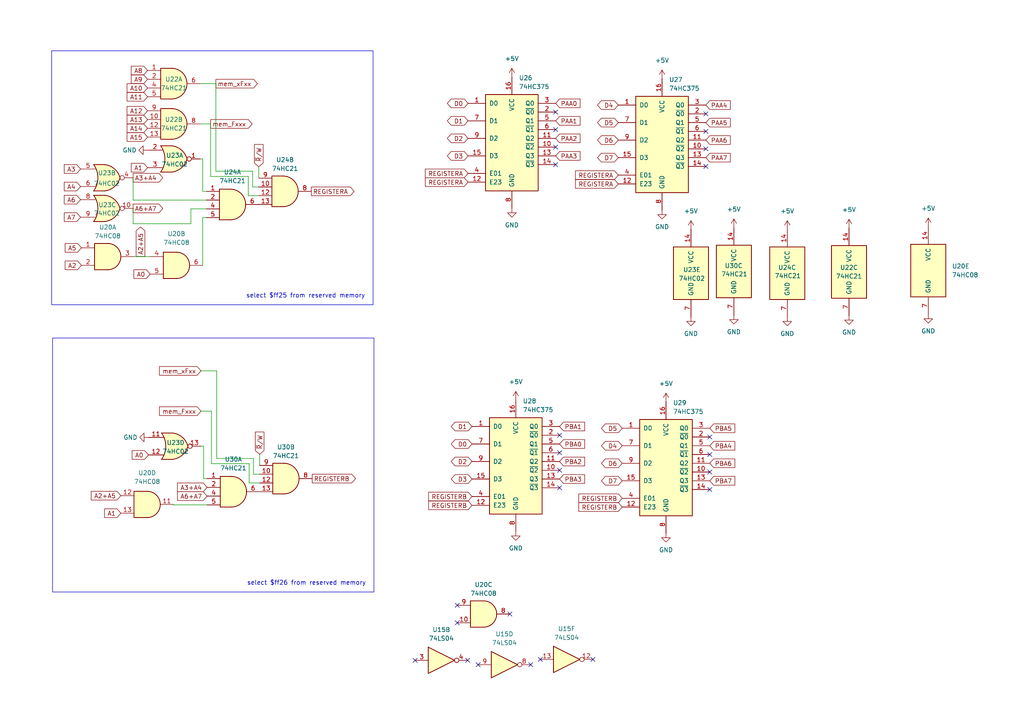
<source format=kicad_sch>
(kicad_sch (version 20230121) (generator eeschema)
  (paper "A4")
  (lib_symbols
    (symbol "74xx:74LS02" (pin_names (offset 1.016))
      (property "Reference" "U" (at 0 1.27 0))
      (property "Value" "74LS02" (at 0 -1.27 0))
      (symbol "74LS02_1_1"
        (arc (start -3.81 -3.81) (mid -2.589 0) (end -3.81 3.81) (stroke (width 0.254)))
        (arc (start -0.6096 -3.81) (mid 2.1855 -2.584) (end 3.81 0) (stroke (width 0.254)) (fill (type background)))
        (polyline (pts (xy -3.81 -3.81) (xy -0.635 -3.81)) (stroke (width 0.254)) (fill (type background)))
        (polyline (pts (xy -3.81 3.81) (xy -0.635 3.81)) (stroke (width 0.254)) (fill (type background)))
        (polyline (pts (xy -0.635 3.81) (xy -3.81 3.81) (xy -3.81 3.81) (xy -3.556 3.4036) (xy -3.0226 2.2606) (xy -2.6924 1.0414) (xy -2.6162 -0.254) (xy -2.7686 -1.4986) (xy -3.175 -2.7178) (xy -3.81 -3.81) (xy -3.81 -3.81) (xy -0.635 -3.81)) (stroke (width -25.4)) (fill (type background)))
        (arc (start 3.81 0) (mid 2.1928 2.5925) (end -0.6096 3.81) (stroke (width 0.254)) (fill (type background)))
        (pin output inverted (at 7.62 0 180) (length 3.81) (name "~") (number "1"))
        (pin input line (at -7.62 2.54 0) (length 4.318) (name "~") (number "2"))
        (pin input line (at -7.62 -2.54 0) (length 4.318) (name "~") (number "3"))
      )
      (symbol "74LS02_1_2"
        (arc (start 0 -3.81) (mid 3.7934 0) (end 0 3.81) (stroke (width 0.254)) (fill (type background)))
        (polyline (pts (xy 0 3.81) (xy -3.81 3.81) (xy -3.81 -3.81) (xy 0 -3.81)) (stroke (width 0.254)) (fill (type background)))
        (pin output line (at 7.62 0 180) (length 3.81) (name "~") (number "1"))
        (pin input inverted (at -7.62 2.54 0) (length 3.81) (name "~") (number "2"))
        (pin input inverted (at -7.62 -2.54 0) (length 3.81) (name "~") (number "3"))
      )
      (symbol "74LS02_2_1"
        (arc (start -3.81 -3.81) (mid -2.589 0) (end -3.81 3.81) (stroke (width 0.254)))
        (arc (start -0.6096 -3.81) (mid 2.1855 -2.584) (end 3.81 0) (stroke (width 0.254)) (fill (type background)))
        (polyline (pts (xy -3.81 -3.81) (xy -0.635 -3.81)) (stroke (width 0.254)) (fill (type background)))
        (polyline (pts (xy -3.81 3.81) (xy -0.635 3.81)) (stroke (width 0.254)) (fill (type background)))
        (polyline (pts (xy -0.635 3.81) (xy -3.81 3.81) (xy -3.81 3.81) (xy -3.556 3.4036) (xy -3.0226 2.2606) (xy -2.6924 1.0414) (xy -2.6162 -0.254) (xy -2.7686 -1.4986) (xy -3.175 -2.7178) (xy -3.81 -3.81) (xy -3.81 -3.81) (xy -0.635 -3.81)) (stroke (width -25.4)) (fill (type background)))
        (arc (start 3.81 0) (mid 2.1928 2.5925) (end -0.6096 3.81) (stroke (width 0.254)) (fill (type background)))
        (pin output inverted (at 7.62 0 180) (length 3.81) (name "~") (number "4"))
        (pin input line (at -7.62 2.54 0) (length 4.318) (name "~") (number "5"))
        (pin input line (at -7.62 -2.54 0) (length 4.318) (name "~") (number "6"))
      )
      (symbol "74LS02_2_2"
        (arc (start 0 -3.81) (mid 3.7934 0) (end 0 3.81) (stroke (width 0.254)) (fill (type background)))
        (polyline (pts (xy 0 3.81) (xy -3.81 3.81) (xy -3.81 -3.81) (xy 0 -3.81)) (stroke (width 0.254)) (fill (type background)))
        (pin output line (at 7.62 0 180) (length 3.81) (name "~") (number "4"))
        (pin input inverted (at -7.62 2.54 0) (length 3.81) (name "~") (number "5"))
        (pin input inverted (at -7.62 -2.54 0) (length 3.81) (name "~") (number "6"))
      )
      (symbol "74LS02_3_1"
        (arc (start -3.81 -3.81) (mid -2.589 0) (end -3.81 3.81) (stroke (width 0.254)))
        (arc (start -0.6096 -3.81) (mid 2.1855 -2.584) (end 3.81 0) (stroke (width 0.254)) (fill (type background)))
        (polyline (pts (xy -3.81 -3.81) (xy -0.635 -3.81)) (stroke (width 0.254)) (fill (type background)))
        (polyline (pts (xy -3.81 3.81) (xy -0.635 3.81)) (stroke (width 0.254)) (fill (type background)))
        (polyline (pts (xy -0.635 3.81) (xy -3.81 3.81) (xy -3.81 3.81) (xy -3.556 3.4036) (xy -3.0226 2.2606) (xy -2.6924 1.0414) (xy -2.6162 -0.254) (xy -2.7686 -1.4986) (xy -3.175 -2.7178) (xy -3.81 -3.81) (xy -3.81 -3.81) (xy -0.635 -3.81)) (stroke (width -25.4)) (fill (type background)))
        (arc (start 3.81 0) (mid 2.1928 2.5925) (end -0.6096 3.81) (stroke (width 0.254)) (fill (type background)))
        (pin output inverted (at 7.62 0 180) (length 3.81) (name "~") (number "10"))
        (pin input line (at -7.62 2.54 0) (length 4.318) (name "~") (number "8"))
        (pin input line (at -7.62 -2.54 0) (length 4.318) (name "~") (number "9"))
      )
      (symbol "74LS02_3_2"
        (arc (start 0 -3.81) (mid 3.7934 0) (end 0 3.81) (stroke (width 0.254)) (fill (type background)))
        (polyline (pts (xy 0 3.81) (xy -3.81 3.81) (xy -3.81 -3.81) (xy 0 -3.81)) (stroke (width 0.254)) (fill (type background)))
        (pin output line (at 7.62 0 180) (length 3.81) (name "~") (number "10"))
        (pin input inverted (at -7.62 2.54 0) (length 3.81) (name "~") (number "8"))
        (pin input inverted (at -7.62 -2.54 0) (length 3.81) (name "~") (number "9"))
      )
      (symbol "74LS02_4_1"
        (arc (start -3.81 -3.81) (mid -2.589 0) (end -3.81 3.81) (stroke (width 0.254)))
        (arc (start -0.6096 -3.81) (mid 2.1855 -2.584) (end 3.81 0) (stroke (width 0.254)) (fill (type background)))
        (polyline (pts (xy -3.81 -3.81) (xy -0.635 -3.81)) (stroke (width 0.254)) (fill (type background)))
        (polyline (pts (xy -3.81 3.81) (xy -0.635 3.81)) (stroke (width 0.254)) (fill (type background)))
        (polyline (pts (xy -0.635 3.81) (xy -3.81 3.81) (xy -3.81 3.81) (xy -3.556 3.4036) (xy -3.0226 2.2606) (xy -2.6924 1.0414) (xy -2.6162 -0.254) (xy -2.7686 -1.4986) (xy -3.175 -2.7178) (xy -3.81 -3.81) (xy -3.81 -3.81) (xy -0.635 -3.81)) (stroke (width -25.4)) (fill (type background)))
        (arc (start 3.81 0) (mid 2.1928 2.5925) (end -0.6096 3.81) (stroke (width 0.254)) (fill (type background)))
        (pin input line (at -7.62 2.54 0) (length 4.318) (name "~") (number "11"))
        (pin input line (at -7.62 -2.54 0) (length 4.318) (name "~") (number "12"))
        (pin output inverted (at 7.62 0 180) (length 3.81) (name "~") (number "13"))
      )
      (symbol "74LS02_4_2"
        (arc (start 0 -3.81) (mid 3.7934 0) (end 0 3.81) (stroke (width 0.254)) (fill (type background)))
        (polyline (pts (xy 0 3.81) (xy -3.81 3.81) (xy -3.81 -3.81) (xy 0 -3.81)) (stroke (width 0.254)) (fill (type background)))
        (pin input inverted (at -7.62 2.54 0) (length 3.81) (name "~") (number "11"))
        (pin input inverted (at -7.62 -2.54 0) (length 3.81) (name "~") (number "12"))
        (pin output line (at 7.62 0 180) (length 3.81) (name "~") (number "13"))
      )
      (symbol "74LS02_5_0"
        (pin power_in line (at 0 12.7 270) (length 5.08) (name "VCC") (number "14"))
        (pin power_in line (at 0 -12.7 90) (length 5.08) (name "GND") (number "7"))
      )
      (symbol "74LS02_5_1"
        (rectangle (start -5.08 7.62) (end 5.08 -7.62) (stroke (width 0.254)) (fill (type background)))
      )
    )
    (symbol "74xx:74LS04"
      (property "Reference" "U" (at 0 1.27 0))
      (property "Value" "74LS04" (at 0 -1.27 0))
      (symbol "74LS04_1_0"
        (polyline (pts (xy -3.81 3.81) (xy -3.81 -3.81) (xy 3.81 0) (xy -3.81 3.81)) (stroke (width 0.254)) (fill (type background)))
        (pin input line (at -7.62 0 0) (length 3.81) (name "~") (number "1"))
        (pin output inverted (at 7.62 0 180) (length 3.81) (name "~") (number "2"))
      )
      (symbol "74LS04_2_0"
        (polyline (pts (xy -3.81 3.81) (xy -3.81 -3.81) (xy 3.81 0) (xy -3.81 3.81)) (stroke (width 0.254)) (fill (type background)))
        (pin input line (at -7.62 0 0) (length 3.81) (name "~") (number "3"))
        (pin output inverted (at 7.62 0 180) (length 3.81) (name "~") (number "4"))
      )
      (symbol "74LS04_3_0"
        (polyline (pts (xy -3.81 3.81) (xy -3.81 -3.81) (xy 3.81 0) (xy -3.81 3.81)) (stroke (width 0.254)) (fill (type background)))
        (pin input line (at -7.62 0 0) (length 3.81) (name "~") (number "5"))
        (pin output inverted (at 7.62 0 180) (length 3.81) (name "~") (number "6"))
      )
      (symbol "74LS04_4_0"
        (polyline (pts (xy -3.81 3.81) (xy -3.81 -3.81) (xy 3.81 0) (xy -3.81 3.81)) (stroke (width 0.254)) (fill (type background)))
        (pin output inverted (at 7.62 0 180) (length 3.81) (name "~") (number "8"))
        (pin input line (at -7.62 0 0) (length 3.81) (name "~") (number "9"))
      )
      (symbol "74LS04_5_0"
        (polyline (pts (xy -3.81 3.81) (xy -3.81 -3.81) (xy 3.81 0) (xy -3.81 3.81)) (stroke (width 0.254)) (fill (type background)))
        (pin output inverted (at 7.62 0 180) (length 3.81) (name "~") (number "10"))
        (pin input line (at -7.62 0 0) (length 3.81) (name "~") (number "11"))
      )
      (symbol "74LS04_6_0"
        (polyline (pts (xy -3.81 3.81) (xy -3.81 -3.81) (xy 3.81 0) (xy -3.81 3.81)) (stroke (width 0.254)) (fill (type background)))
        (pin output inverted (at 7.62 0 180) (length 3.81) (name "~") (number "12"))
        (pin input line (at -7.62 0 0) (length 3.81) (name "~") (number "13"))
      )
      (symbol "74LS04_7_0"
        (pin power_in line (at 0 12.7 270) (length 5.08) (name "VCC") (number "14"))
        (pin power_in line (at 0 -12.7 90) (length 5.08) (name "GND") (number "7"))
      )
      (symbol "74LS04_7_1"
        (rectangle (start -5.08 7.62) (end 5.08 -7.62) (stroke (width 0.254)) (fill (type background)))
      )
    )
    (symbol "74xx:74LS08" (pin_names (offset 1.016))
      (property "Reference" "U" (at 0 1.27 0))
      (property "Value" "74LS08" (at 0 -1.27 0))
      (symbol "74LS08_1_1"
        (arc (start 0 -3.81) (mid 3.7934 0) (end 0 3.81) (stroke (width 0.254)) (fill (type background)))
        (polyline (pts (xy 0 3.81) (xy -3.81 3.81) (xy -3.81 -3.81) (xy 0 -3.81)) (stroke (width 0.254)) (fill (type background)))
        (pin input line (at -7.62 2.54 0) (length 3.81) (name "~") (number "1"))
        (pin input line (at -7.62 -2.54 0) (length 3.81) (name "~") (number "2"))
        (pin output line (at 7.62 0 180) (length 3.81) (name "~") (number "3"))
      )
      (symbol "74LS08_1_2"
        (arc (start -3.81 -3.81) (mid -2.589 0) (end -3.81 3.81) (stroke (width 0.254)))
        (arc (start -0.6096 -3.81) (mid 2.1855 -2.584) (end 3.81 0) (stroke (width 0.254)) (fill (type background)))
        (polyline (pts (xy -3.81 -3.81) (xy -0.635 -3.81)) (stroke (width 0.254)) (fill (type background)))
        (polyline (pts (xy -3.81 3.81) (xy -0.635 3.81)) (stroke (width 0.254)) (fill (type background)))
        (polyline (pts (xy -0.635 3.81) (xy -3.81 3.81) (xy -3.81 3.81) (xy -3.556 3.4036) (xy -3.0226 2.2606) (xy -2.6924 1.0414) (xy -2.6162 -0.254) (xy -2.7686 -1.4986) (xy -3.175 -2.7178) (xy -3.81 -3.81) (xy -3.81 -3.81) (xy -0.635 -3.81)) (stroke (width -25.4)) (fill (type background)))
        (arc (start 3.81 0) (mid 2.1928 2.5925) (end -0.6096 3.81) (stroke (width 0.254)) (fill (type background)))
        (pin input inverted (at -7.62 2.54 0) (length 4.318) (name "~") (number "1"))
        (pin input inverted (at -7.62 -2.54 0) (length 4.318) (name "~") (number "2"))
        (pin output inverted (at 7.62 0 180) (length 3.81) (name "~") (number "3"))
      )
      (symbol "74LS08_2_1"
        (arc (start 0 -3.81) (mid 3.7934 0) (end 0 3.81) (stroke (width 0.254)) (fill (type background)))
        (polyline (pts (xy 0 3.81) (xy -3.81 3.81) (xy -3.81 -3.81) (xy 0 -3.81)) (stroke (width 0.254)) (fill (type background)))
        (pin input line (at -7.62 2.54 0) (length 3.81) (name "~") (number "4"))
        (pin input line (at -7.62 -2.54 0) (length 3.81) (name "~") (number "5"))
        (pin output line (at 7.62 0 180) (length 3.81) (name "~") (number "6"))
      )
      (symbol "74LS08_2_2"
        (arc (start -3.81 -3.81) (mid -2.589 0) (end -3.81 3.81) (stroke (width 0.254)))
        (arc (start -0.6096 -3.81) (mid 2.1855 -2.584) (end 3.81 0) (stroke (width 0.254)) (fill (type background)))
        (polyline (pts (xy -3.81 -3.81) (xy -0.635 -3.81)) (stroke (width 0.254)) (fill (type background)))
        (polyline (pts (xy -3.81 3.81) (xy -0.635 3.81)) (stroke (width 0.254)) (fill (type background)))
        (polyline (pts (xy -0.635 3.81) (xy -3.81 3.81) (xy -3.81 3.81) (xy -3.556 3.4036) (xy -3.0226 2.2606) (xy -2.6924 1.0414) (xy -2.6162 -0.254) (xy -2.7686 -1.4986) (xy -3.175 -2.7178) (xy -3.81 -3.81) (xy -3.81 -3.81) (xy -0.635 -3.81)) (stroke (width -25.4)) (fill (type background)))
        (arc (start 3.81 0) (mid 2.1928 2.5925) (end -0.6096 3.81) (stroke (width 0.254)) (fill (type background)))
        (pin input inverted (at -7.62 2.54 0) (length 4.318) (name "~") (number "4"))
        (pin input inverted (at -7.62 -2.54 0) (length 4.318) (name "~") (number "5"))
        (pin output inverted (at 7.62 0 180) (length 3.81) (name "~") (number "6"))
      )
      (symbol "74LS08_3_1"
        (arc (start 0 -3.81) (mid 3.7934 0) (end 0 3.81) (stroke (width 0.254)) (fill (type background)))
        (polyline (pts (xy 0 3.81) (xy -3.81 3.81) (xy -3.81 -3.81) (xy 0 -3.81)) (stroke (width 0.254)) (fill (type background)))
        (pin input line (at -7.62 -2.54 0) (length 3.81) (name "~") (number "10"))
        (pin output line (at 7.62 0 180) (length 3.81) (name "~") (number "8"))
        (pin input line (at -7.62 2.54 0) (length 3.81) (name "~") (number "9"))
      )
      (symbol "74LS08_3_2"
        (arc (start -3.81 -3.81) (mid -2.589 0) (end -3.81 3.81) (stroke (width 0.254)))
        (arc (start -0.6096 -3.81) (mid 2.1855 -2.584) (end 3.81 0) (stroke (width 0.254)) (fill (type background)))
        (polyline (pts (xy -3.81 -3.81) (xy -0.635 -3.81)) (stroke (width 0.254)) (fill (type background)))
        (polyline (pts (xy -3.81 3.81) (xy -0.635 3.81)) (stroke (width 0.254)) (fill (type background)))
        (polyline (pts (xy -0.635 3.81) (xy -3.81 3.81) (xy -3.81 3.81) (xy -3.556 3.4036) (xy -3.0226 2.2606) (xy -2.6924 1.0414) (xy -2.6162 -0.254) (xy -2.7686 -1.4986) (xy -3.175 -2.7178) (xy -3.81 -3.81) (xy -3.81 -3.81) (xy -0.635 -3.81)) (stroke (width -25.4)) (fill (type background)))
        (arc (start 3.81 0) (mid 2.1928 2.5925) (end -0.6096 3.81) (stroke (width 0.254)) (fill (type background)))
        (pin input inverted (at -7.62 -2.54 0) (length 4.318) (name "~") (number "10"))
        (pin output inverted (at 7.62 0 180) (length 3.81) (name "~") (number "8"))
        (pin input inverted (at -7.62 2.54 0) (length 4.318) (name "~") (number "9"))
      )
      (symbol "74LS08_4_1"
        (arc (start 0 -3.81) (mid 3.7934 0) (end 0 3.81) (stroke (width 0.254)) (fill (type background)))
        (polyline (pts (xy 0 3.81) (xy -3.81 3.81) (xy -3.81 -3.81) (xy 0 -3.81)) (stroke (width 0.254)) (fill (type background)))
        (pin output line (at 7.62 0 180) (length 3.81) (name "~") (number "11"))
        (pin input line (at -7.62 2.54 0) (length 3.81) (name "~") (number "12"))
        (pin input line (at -7.62 -2.54 0) (length 3.81) (name "~") (number "13"))
      )
      (symbol "74LS08_4_2"
        (arc (start -3.81 -3.81) (mid -2.589 0) (end -3.81 3.81) (stroke (width 0.254)))
        (arc (start -0.6096 -3.81) (mid 2.1855 -2.584) (end 3.81 0) (stroke (width 0.254)) (fill (type background)))
        (polyline (pts (xy -3.81 -3.81) (xy -0.635 -3.81)) (stroke (width 0.254)) (fill (type background)))
        (polyline (pts (xy -3.81 3.81) (xy -0.635 3.81)) (stroke (width 0.254)) (fill (type background)))
        (polyline (pts (xy -0.635 3.81) (xy -3.81 3.81) (xy -3.81 3.81) (xy -3.556 3.4036) (xy -3.0226 2.2606) (xy -2.6924 1.0414) (xy -2.6162 -0.254) (xy -2.7686 -1.4986) (xy -3.175 -2.7178) (xy -3.81 -3.81) (xy -3.81 -3.81) (xy -0.635 -3.81)) (stroke (width -25.4)) (fill (type background)))
        (arc (start 3.81 0) (mid 2.1928 2.5925) (end -0.6096 3.81) (stroke (width 0.254)) (fill (type background)))
        (pin output inverted (at 7.62 0 180) (length 3.81) (name "~") (number "11"))
        (pin input inverted (at -7.62 2.54 0) (length 4.318) (name "~") (number "12"))
        (pin input inverted (at -7.62 -2.54 0) (length 4.318) (name "~") (number "13"))
      )
      (symbol "74LS08_5_0"
        (pin power_in line (at 0 12.7 270) (length 5.08) (name "VCC") (number "14"))
        (pin power_in line (at 0 -12.7 90) (length 5.08) (name "GND") (number "7"))
      )
      (symbol "74LS08_5_1"
        (rectangle (start -5.08 7.62) (end 5.08 -7.62) (stroke (width 0.254)) (fill (type background)))
      )
    )
    (symbol "74xx:74LS21" (pin_names (offset 1.016))
      (property "Reference" "U" (at 0 1.27 0))
      (property "Value" "74LS21" (at 0 -1.27 0))
      (symbol "74LS21_1_1"
        (arc (start -0.635 -4.445) (mid 3.7907 0) (end -0.635 4.445) (stroke (width 0.254)) (fill (type background)))
        (polyline (pts (xy -0.635 4.445) (xy -3.81 4.445) (xy -3.81 -4.445) (xy -0.635 -4.445)) (stroke (width 0.254)) (fill (type background)))
        (pin input line (at -7.62 3.81 0) (length 3.81) (name "~") (number "1"))
        (pin input line (at -7.62 1.27 0) (length 3.81) (name "~") (number "2"))
        (pin input line (at -7.62 -1.27 0) (length 3.81) (name "~") (number "4"))
        (pin input line (at -7.62 -3.81 0) (length 3.81) (name "~") (number "5"))
        (pin output line (at 7.62 0 180) (length 3.81) (name "~") (number "6"))
      )
      (symbol "74LS21_1_2"
        (arc (start -3.81 -4.445) (mid -2.5908 0) (end -3.81 4.445) (stroke (width 0.254)))
        (arc (start -0.6096 -4.445) (mid 2.224 -2.8428) (end 3.81 0) (stroke (width 0.254)) (fill (type background)))
        (polyline (pts (xy -3.81 -4.445) (xy -0.635 -4.445)) (stroke (width 0.254)) (fill (type background)))
        (polyline (pts (xy -3.81 4.445) (xy -0.635 4.445)) (stroke (width 0.254)) (fill (type background)))
        (polyline (pts (xy -0.635 4.445) (xy -3.81 4.445) (xy -3.81 4.445) (xy -3.6322 4.0894) (xy -3.0988 2.921) (xy -2.7686 1.6764) (xy -2.6162 0.4318) (xy -2.6416 -0.8636) (xy -2.8702 -2.1082) (xy -3.2512 -3.3274) (xy -3.81 -4.445) (xy -3.81 -4.445) (xy -0.635 -4.445)) (stroke (width -25.4)) (fill (type background)))
        (arc (start 3.81 0) (mid 2.2198 2.8386) (end -0.6096 4.445) (stroke (width 0.254)) (fill (type background)))
        (pin input inverted (at -7.62 3.81 0) (length 3.81) (name "~") (number "1"))
        (pin input inverted (at -7.62 1.27 0) (length 4.826) (name "~") (number "2"))
        (pin input inverted (at -7.62 -1.27 0) (length 4.826) (name "~") (number "4"))
        (pin input inverted (at -7.62 -3.81 0) (length 3.81) (name "~") (number "5"))
        (pin output inverted (at 7.62 0 180) (length 3.81) (name "~") (number "6"))
      )
      (symbol "74LS21_2_1"
        (arc (start -0.635 -4.445) (mid 3.7907 0) (end -0.635 4.445) (stroke (width 0.254)) (fill (type background)))
        (polyline (pts (xy -0.635 4.445) (xy -3.81 4.445) (xy -3.81 -4.445) (xy -0.635 -4.445)) (stroke (width 0.254)) (fill (type background)))
        (pin input line (at -7.62 1.27 0) (length 3.81) (name "~") (number "10"))
        (pin input line (at -7.62 -1.27 0) (length 3.81) (name "~") (number "12"))
        (pin input line (at -7.62 -3.81 0) (length 3.81) (name "~") (number "13"))
        (pin output line (at 7.62 0 180) (length 3.81) (name "~") (number "8"))
        (pin input line (at -7.62 3.81 0) (length 3.81) (name "~") (number "9"))
      )
      (symbol "74LS21_2_2"
        (arc (start -3.81 -4.445) (mid -2.5908 0) (end -3.81 4.445) (stroke (width 0.254)))
        (arc (start -0.6096 -4.445) (mid 2.224 -2.8428) (end 3.81 0) (stroke (width 0.254)) (fill (type background)))
        (polyline (pts (xy -3.81 -4.445) (xy -0.635 -4.445)) (stroke (width 0.254)) (fill (type background)))
        (polyline (pts (xy -3.81 4.445) (xy -0.635 4.445)) (stroke (width 0.254)) (fill (type background)))
        (polyline (pts (xy -0.635 4.445) (xy -3.81 4.445) (xy -3.81 4.445) (xy -3.6322 4.0894) (xy -3.0988 2.921) (xy -2.7686 1.6764) (xy -2.6162 0.4318) (xy -2.6416 -0.8636) (xy -2.8702 -2.1082) (xy -3.2512 -3.3274) (xy -3.81 -4.445) (xy -3.81 -4.445) (xy -0.635 -4.445)) (stroke (width -25.4)) (fill (type background)))
        (arc (start 3.81 0) (mid 2.2198 2.8386) (end -0.6096 4.445) (stroke (width 0.254)) (fill (type background)))
        (pin input inverted (at -7.62 1.27 0) (length 4.826) (name "~") (number "10"))
        (pin input inverted (at -7.62 -1.27 0) (length 4.826) (name "~") (number "12"))
        (pin input inverted (at -7.62 -3.81 0) (length 3.81) (name "~") (number "13"))
        (pin output inverted (at 7.62 0 180) (length 3.81) (name "~") (number "8"))
        (pin input inverted (at -7.62 3.81 0) (length 3.81) (name "~") (number "9"))
      )
      (symbol "74LS21_3_0"
        (pin power_in line (at 0 12.7 270) (length 5.08) (name "VCC") (number "14"))
        (pin power_in line (at 0 -12.7 90) (length 5.08) (name "GND") (number "7"))
      )
      (symbol "74LS21_3_1"
        (rectangle (start -5.08 7.62) (end 5.08 -7.62) (stroke (width 0.254)) (fill (type background)))
      )
    )
    (symbol "74xx:74LS375" (pin_names (offset 1.016))
      (property "Reference" "U" (at -7.62 13.97 0))
      (property "Value" "74LS375" (at -7.62 -16.51 0))
      (symbol "74LS375_1_0"
        (pin input line (at -12.7 10.16 0) (length 5.08) (name "D0") (number "1"))
        (pin output line (at 12.7 -2.54 180) (length 5.08) (name "~{Q2}") (number "10"))
        (pin output line (at 12.7 0 180) (length 5.08) (name "Q2") (number "11"))
        (pin input line (at -12.7 -12.7 0) (length 5.08) (name "E23") (number "12"))
        (pin output line (at 12.7 -5.08 180) (length 5.08) (name "Q3") (number "13"))
        (pin output line (at 12.7 -7.62 180) (length 5.08) (name "~{Q3}") (number "14"))
        (pin input line (at -12.7 -5.08 0) (length 5.08) (name "D3") (number "15"))
        (pin power_in line (at 0 17.78 270) (length 5.08) (name "VCC") (number "16"))
        (pin output line (at 12.7 7.62 180) (length 5.08) (name "~{Q0}") (number "2"))
        (pin output line (at 12.7 10.16 180) (length 5.08) (name "Q0") (number "3"))
        (pin input line (at -12.7 -10.16 0) (length 5.08) (name "E01") (number "4"))
        (pin output line (at 12.7 5.08 180) (length 5.08) (name "Q1") (number "5"))
        (pin output line (at 12.7 2.54 180) (length 5.08) (name "~{Q1}") (number "6"))
        (pin input line (at -12.7 5.08 0) (length 5.08) (name "D1") (number "7"))
        (pin power_in line (at 0 -20.32 90) (length 5.08) (name "GND") (number "8"))
        (pin input line (at -12.7 0 0) (length 5.08) (name "D2") (number "9"))
      )
      (symbol "74LS375_1_1"
        (rectangle (start -7.62 12.7) (end 7.62 -15.24) (stroke (width 0.254)) (fill (type background)))
      )
    )
    (symbol "power:+5V" (power) (pin_names (offset 0))
      (property "Value" "+5V" (at 0 3.556 0))
      (symbol "+5V_0_1"
        (polyline (pts (xy -0.762 1.27) (xy 0 2.54)))
        (polyline (pts (xy 0 0) (xy 0 2.54)))
        (polyline (pts (xy 0 2.54) (xy 0.762 1.27)))
      )
      (symbol "+5V_1_1"
        (pin power_in line (at 0 0 90) (length 0) hide (name "+5V") (number "1"))
      )
    )
    (symbol "power:GND" (power) (pin_names (offset 0))
      (property "Value" "GND" (at 0 -3.81 0))
      (symbol "GND_0_1"
        (polyline (pts (xy 0 0) (xy 0 -1.27) (xy 1.27 -1.27) (xy 0 -2.54) (xy -1.27 -1.27) (xy 0 -1.27)))
      )
      (symbol "GND_1_1"
        (pin power_in line (at 0 0 270) (length 0) hide (name "GND") (number "1"))
      )
    )
  )
  (no_connect (at 132.6266 180.633))
  (no_connect (at 204.724 33.02))
  (no_connect (at 161.163 37.592))
  (no_connect (at 162.306 131.318))
  (no_connect (at 135.636 191.516))
  (no_connect (at 161.163 42.672))
  (no_connect (at 205.867 131.826))
  (no_connect (at 120.396 191.516))
  (no_connect (at 161.163 32.512))
  (no_connect (at 205.867 136.906))
  (no_connect (at 153.924 192.786))
  (no_connect (at 205.867 141.986))
  (no_connect (at 171.958 191.262))
  (no_connect (at 147.8666 178.093))
  (no_connect (at 162.306 126.238))
  (no_connect (at 205.867 126.746))
  (no_connect (at 204.724 43.18))
  (no_connect (at 138.684 192.786))
  (no_connect (at 161.163 47.752))
  (no_connect (at 132.6266 175.553))
  (no_connect (at 204.724 38.1))
  (no_connect (at 162.306 141.478))
  (no_connect (at 204.724 48.26))
  (no_connect (at 156.718 191.262))
  (no_connect (at 162.306 136.398))
  (wire (pts (xy 75.311 140.081) (xy 72.263 140.081)))
  (wire (pts (xy 58.039 35.941) (xy 61.087 35.941)))
  (wire (pts (xy 75.311 137.541) (xy 73.533 137.541)))
  (wire (pts (xy 38.862 74.422) (xy 43.561 74.422)))
  (wire (pts (xy 72.263 134.493) (xy 72.263 140.081)))
  (wire (pts (xy 72.009 51.181) (xy 72.009 56.769)))
  (wire (pts (xy 58.801 76.962) (xy 58.801 63.119)))
  (wire (pts (xy 73.279 49.657) (xy 62.611 49.657)))
  (wire (pts (xy 62.865 107.569) (xy 58.293 107.569)))
  (wire (pts (xy 62.865 132.969) (xy 62.865 107.569)))
  (wire (pts (xy 55.372 60.579) (xy 59.817 60.579)))
  (wire (pts (xy 38.608 51.562) (xy 38.608 58.039)))
  (wire (pts (xy 73.533 137.541) (xy 73.533 132.969)))
  (wire (pts (xy 59.055 129.413) (xy 59.055 138.811)))
  (wire (pts (xy 59.055 138.811) (xy 60.071 138.811)))
  (wire (pts (xy 73.279 54.229) (xy 73.279 49.657)))
  (wire (pts (xy 75.057 56.769) (xy 72.009 56.769)))
  (wire (pts (xy 61.087 35.941) (xy 61.087 51.181)))
  (wire (pts (xy 73.533 132.969) (xy 62.865 132.969)))
  (wire (pts (xy 50.292 146.431) (xy 60.071 146.431)))
  (wire (pts (xy 61.087 51.181) (xy 72.009 51.181)))
  (wire (pts (xy 58.293 119.253) (xy 61.341 119.253)))
  (wire (pts (xy 75.311 131.699) (xy 75.311 135.001)))
  (wire (pts (xy 38.608 58.039) (xy 59.817 58.039)))
  (wire (pts (xy 58.801 46.101) (xy 58.801 55.499)))
  (wire (pts (xy 50.292 146.304) (xy 50.292 146.431)))
  (wire (pts (xy 61.341 119.253) (xy 61.341 134.493)))
  (wire (pts (xy 58.039 46.101) (xy 58.801 46.101)))
  (wire (pts (xy 75.057 48.387) (xy 75.057 51.689)))
  (wire (pts (xy 75.057 54.229) (xy 73.279 54.229)))
  (wire (pts (xy 58.293 129.413) (xy 59.055 129.413)))
  (wire (pts (xy 38.608 64.897) (xy 55.372 64.897)))
  (wire (pts (xy 58.801 63.119) (xy 59.817 63.119)))
  (wire (pts (xy 62.611 24.257) (xy 58.039 24.257)))
  (wire (pts (xy 38.608 60.452) (xy 38.608 64.897)))
  (wire (pts (xy 61.341 134.493) (xy 72.263 134.493)))
  (wire (pts (xy 62.611 49.657) (xy 62.611 24.257)))
  (wire (pts (xy 58.801 55.499) (xy 59.817 55.499)))
  (wire (pts (xy 55.372 60.579) (xy 55.372 64.897)))
  (rectangle (start 14.986 14.732) (end 108.204 88.392))
  (rectangle (start 15.24 98.044) (end 108.458 171.704))
  (text "select $ff25 from reserved memory" (at 71.374 86.614 0) (effects (font (size 1.27 1.27)) (justify left bottom)))
  (text "select $ff26 from reserved memory" (at 71.628 169.926 0) (effects (font (size 1.27 1.27)) (justify left bottom)))
  (global_label "A7" (shape input) (at 23.368 62.992 180) (property "Intersheetrefs" "${INTERSHEET_REFS}" (effects hide)))
  (global_label "mem_xFxx" (shape output) (at 62.611 24.257 0) (property "Intersheetrefs" "${INTERSHEET_REFS}" (effects hide)))
  (global_label "PBA1" (shape input) (at 162.306 123.698 0) (property "Intersheetrefs" "${INTERSHEET_REFS}" (effects hide)))
  (global_label "D0" (shape bidirectional) (at 136.906 128.778 180) (property "Intersheetrefs" "${INTERSHEET_REFS}" (effects hide)))
  (global_label "D4" (shape bidirectional) (at 180.467 129.286 180) (property "Intersheetrefs" "${INTERSHEET_REFS}" (effects hide)))
  (global_label "A2" (shape input) (at 23.622 76.962 180) (property "Intersheetrefs" "${INTERSHEET_REFS}" (effects hide)))
  (global_label "PAA4" (shape input) (at 204.724 30.48 0) (property "Intersheetrefs" "${INTERSHEET_REFS}" (effects hide)))
  (global_label "A2+A5" (shape output) (at 40.7484 74.422 90) (property "Intersheetrefs" "${INTERSHEET_REFS}" (effects hide)))
  (global_label "D5" (shape bidirectional) (at 179.324 35.56 180) (property "Intersheetrefs" "${INTERSHEET_REFS}" (effects hide)))
  (global_label "A2+A5" (shape input) (at 35.052 143.764 180) (property "Intersheetrefs" "${INTERSHEET_REFS}" (effects hide)))
  (global_label "A1" (shape input) (at 35.052 148.844 180) (property "Intersheetrefs" "${INTERSHEET_REFS}" (effects hide)))
  (global_label "REGISTERA" (shape input) (at 135.763 50.292 180) (property "Intersheetrefs" "${INTERSHEET_REFS}" (effects hide)))
  (global_label "PAA3" (shape input) (at 161.163 45.212 0) (property "Intersheetrefs" "${INTERSHEET_REFS}" (effects hide)))
  (global_label "~{R}{slash}W" (shape input) (at 75.311 131.7852 90) (property "Intersheetrefs" "${INTERSHEET_REFS}" (effects hide)))
  (global_label "mem_Fxxx" (shape output) (at 61.087 35.941 0) (property "Intersheetrefs" "${INTERSHEET_REFS}" (effects hide)))
  (global_label "PBA2" (shape input) (at 162.306 133.858 0) (property "Intersheetrefs" "${INTERSHEET_REFS}" (effects hide)))
  (global_label "A13" (shape input) (at 42.799 34.671 180) (property "Intersheetrefs" "${INTERSHEET_REFS}" (effects hide)))
  (global_label "PBA7" (shape input) (at 205.867 139.446 0) (property "Intersheetrefs" "${INTERSHEET_REFS}" (effects hide)))
  (global_label "PBA5" (shape input) (at 205.867 124.206 0) (property "Intersheetrefs" "${INTERSHEET_REFS}" (effects hide)))
  (global_label "A4" (shape input) (at 23.368 54.102 180) (property "Intersheetrefs" "${INTERSHEET_REFS}" (effects hide)))
  (global_label "A12" (shape input) (at 42.799 32.131 180) (property "Intersheetrefs" "${INTERSHEET_REFS}" (effects hide)))
  (global_label "mem_xFxx" (shape input) (at 58.293 107.569 180) (property "Intersheetrefs" "${INTERSHEET_REFS}" (effects hide)))
  (global_label "D1" (shape bidirectional) (at 136.906 123.698 180) (property "Intersheetrefs" "${INTERSHEET_REFS}" (effects hide)))
  (global_label "A3+A4" (shape input) (at 60.071 141.351 180) (property "Intersheetrefs" "${INTERSHEET_REFS}" (effects hide)))
  (global_label "A3+A4" (shape output) (at 38.608 51.562 0) (property "Intersheetrefs" "${INTERSHEET_REFS}" (effects hide)))
  (global_label "A6+A7" (shape output) (at 38.608 60.452 0) (property "Intersheetrefs" "${INTERSHEET_REFS}" (effects hide)))
  (global_label "A14" (shape input) (at 42.799 37.211 180) (property "Intersheetrefs" "${INTERSHEET_REFS}" (effects hide)))
  (global_label "A0" (shape input) (at 43.053 131.953 180) (property "Intersheetrefs" "${INTERSHEET_REFS}" (effects hide)))
  (global_label "REGISTERA" (shape input) (at 179.324 53.34 180) (property "Intersheetrefs" "${INTERSHEET_REFS}" (effects hide)))
  (global_label "REGISTERA" (shape input) (at 179.324 50.8 180) (property "Intersheetrefs" "${INTERSHEET_REFS}" (effects hide)))
  (global_label "D0" (shape bidirectional) (at 135.763 29.972 180) (property "Intersheetrefs" "${INTERSHEET_REFS}" (effects hide)))
  (global_label "A1" (shape input) (at 42.799 48.641 180) (property "Intersheetrefs" "${INTERSHEET_REFS}" (effects hide)))
  (global_label "D6" (shape bidirectional) (at 179.324 40.64 180) (property "Intersheetrefs" "${INTERSHEET_REFS}" (effects hide)))
  (global_label "PBA6" (shape input) (at 205.867 134.366 0) (property "Intersheetrefs" "${INTERSHEET_REFS}" (effects hide)))
  (global_label "REGISTERA" (shape output) (at 90.297 55.499 0) (property "Intersheetrefs" "${INTERSHEET_REFS}" (effects hide)))
  (global_label "PAA2" (shape input) (at 161.163 40.132 0) (property "Intersheetrefs" "${INTERSHEET_REFS}" (effects hide)))
  (global_label "A3" (shape input) (at 23.368 49.022 180) (property "Intersheetrefs" "${INTERSHEET_REFS}" (effects hide)))
  (global_label "D7" (shape bidirectional) (at 180.467 139.446 180) (property "Intersheetrefs" "${INTERSHEET_REFS}" (effects hide)))
  (global_label "A8" (shape input) (at 42.799 20.447 180) (property "Intersheetrefs" "${INTERSHEET_REFS}" (effects hide)))
  (global_label "PBA0" (shape input) (at 162.306 128.778 0) (property "Intersheetrefs" "${INTERSHEET_REFS}" (effects hide)))
  (global_label "REGISTERB" (shape input) (at 180.467 144.526 180) (property "Intersheetrefs" "${INTERSHEET_REFS}" (effects hide)))
  (global_label "D4" (shape bidirectional) (at 179.324 30.48 180) (property "Intersheetrefs" "${INTERSHEET_REFS}" (effects hide)))
  (global_label "REGISTERB" (shape output) (at 90.551 138.811 0) (property "Intersheetrefs" "${INTERSHEET_REFS}" (effects hide)))
  (global_label "A6+A7" (shape input) (at 60.071 143.891 180) (property "Intersheetrefs" "${INTERSHEET_REFS}" (effects hide)))
  (global_label "D2" (shape bidirectional) (at 135.763 40.132 180) (property "Intersheetrefs" "${INTERSHEET_REFS}" (effects hide)))
  (global_label "D3" (shape bidirectional) (at 136.906 138.938 180) (property "Intersheetrefs" "${INTERSHEET_REFS}" (effects hide)))
  (global_label "A6" (shape input) (at 23.368 57.912 180) (property "Intersheetrefs" "${INTERSHEET_REFS}" (effects hide)))
  (global_label "REGISTERB" (shape input) (at 136.906 146.558 180) (property "Intersheetrefs" "${INTERSHEET_REFS}" (effects hide)))
  (global_label "D1" (shape bidirectional) (at 135.763 35.052 180) (property "Intersheetrefs" "${INTERSHEET_REFS}" (effects hide)))
  (global_label "A15" (shape input) (at 42.799 39.751 180) (property "Intersheetrefs" "${INTERSHEET_REFS}" (effects hide)))
  (global_label "PAA6" (shape input) (at 204.724 40.64 0) (property "Intersheetrefs" "${INTERSHEET_REFS}" (effects hide)))
  (global_label "A5" (shape input) (at 23.622 71.882 180) (property "Intersheetrefs" "${INTERSHEET_REFS}" (effects hide)))
  (global_label "A11" (shape input) (at 42.799 28.067 180) (property "Intersheetrefs" "${INTERSHEET_REFS}" (effects hide)))
  (global_label "D2" (shape bidirectional) (at 136.906 133.858 180) (property "Intersheetrefs" "${INTERSHEET_REFS}" (effects hide)))
  (global_label "A9" (shape input) (at 42.799 22.987 180) (property "Intersheetrefs" "${INTERSHEET_REFS}" (effects hide)))
  (global_label "D3" (shape bidirectional) (at 135.763 45.212 180) (property "Intersheetrefs" "${INTERSHEET_REFS}" (effects hide)))
  (global_label "D7" (shape bidirectional) (at 179.324 45.72 180) (property "Intersheetrefs" "${INTERSHEET_REFS}" (effects hide)))
  (global_label "A0" (shape input) (at 43.561 79.502 180) (property "Intersheetrefs" "${INTERSHEET_REFS}" (effects hide)))
  (global_label "D5" (shape bidirectional) (at 180.467 124.206 180) (property "Intersheetrefs" "${INTERSHEET_REFS}" (effects hide)))
  (global_label "REGISTERB" (shape input) (at 180.467 147.066 180) (property "Intersheetrefs" "${INTERSHEET_REFS}" (effects hide)))
  (global_label "~{R}{slash}W" (shape input) (at 75.057 48.387 90) (property "Intersheetrefs" "${INTERSHEET_REFS}" (effects hide)))
  (global_label "REGISTERA" (shape input) (at 135.763 52.832 180) (property "Intersheetrefs" "${INTERSHEET_REFS}" (effects hide)))
  (global_label "PBA4" (shape input) (at 205.867 129.286 0) (property "Intersheetrefs" "${INTERSHEET_REFS}" (effects hide)))
  (global_label "D6" (shape bidirectional) (at 180.467 134.366 180) (property "Intersheetrefs" "${INTERSHEET_REFS}" (effects hide)))
  (global_label "A10" (shape input) (at 42.799 25.527 180) (property "Intersheetrefs" "${INTERSHEET_REFS}" (effects hide)))
  (global_label "PAA0" (shape input) (at 161.163 29.972 0) (property "Intersheetrefs" "${INTERSHEET_REFS}" (effects hide)))
  (global_label "PAA7" (shape input) (at 204.724 45.72 0) (property "Intersheetrefs" "${INTERSHEET_REFS}" (effects hide)))
  (global_label "PBA3" (shape input) (at 162.306 138.938 0) (property "Intersheetrefs" "${INTERSHEET_REFS}" (effects hide)))
  (global_label "REGISTERB" (shape input) (at 136.906 144.018 180) (property "Intersheetrefs" "${INTERSHEET_REFS}" (effects hide)))
  (global_label "PAA5" (shape input) (at 204.724 35.56 0) (property "Intersheetrefs" "${INTERSHEET_REFS}" (effects hide)))
  (global_label "PAA1" (shape input) (at 161.163 35.052 0) (property "Intersheetrefs" "${INTERSHEET_REFS}" (effects hide)))
  (global_label "mem_Fxxx" (shape input) (at 58.293 119.253 180) (property "Intersheetrefs" "${INTERSHEET_REFS}" (effects hide)))
  (symbol (lib_id "power:GND") (at 228.346 91.948 0) (unit 1)
    (property "Reference" "#PWR055" (effects hide))
    (property "Value" "GND" (at 228.346 96.774 0))
    (instances (project "dma-mapped-memory" (path "" (reference "#PWR055") (unit 1))) (project "mapped-memory-module" (path "" (reference "#PWR0105") (unit 1))))
  )
  (symbol (lib_id "power:GND") (at 148.463 60.452 0) (unit 1)
    (property "Reference" "#PWR051" (effects hide))
    (property "Value" "GND" (at 148.463 65.278 0))
    (instances (project "dma-mapped-memory" (path "" (reference "#PWR051") (unit 1))) (project "mapped-memory-module" (path "" (reference "#PWR025") (unit 1))))
  )
  (symbol (lib_id "74xx:74LS375") (at 148.463 40.132 0) (unit 1)
    (property "Reference" "U26" (at 150.4824 22.606 0) (effects (justify left)))
    (property "Value" "74HC375" (at 150.4824 25.146 0) (effects (justify left)))
    (property "Footprint" "Package_SO:SO-16_3.9x9.9mm_P1.27mm" (effects hide))
    (property "Datasheet" "http://www.ti.com/lit/gpn/sn74LS375" (effects hide))
    (instances (project "dma-mapped-memory" (path "" (reference "U26") (unit 1))) (project "mapped-memory-module" (path "" (reference "U15") (unit 1))))
  )
  (symbol (lib_id "74xx:74LS04") (at 164.338 191.262 0) (unit 6)
    (property "Reference" "U15" (at 164.338 182.372 0))
    (property "Value" "74LS04" (at 164.338 184.912 0))
    (property "Footprint" "Package_SO:SOIC-14_3.9x8.7mm_P1.27mm" (effects hide))
    (property "Datasheet" "http://www.ti.com/lit/gpn/sn74LS04" (effects hide))
  )
  (symbol (lib_id "74xx:74LS21") (at 50.419 24.257 0) (unit 1)
    (property "Reference" "U22" (at 50.419 22.987 0))
    (property "Value" "74HC21" (at 50.419 25.527 0))
    (property "Footprint" "Package_SO:SO-14_3.9x8.65mm_P1.27mm" (effects hide))
    (property "Datasheet" "http://www.ti.com/lit/gpn/sn74LS21" (effects hide))
    (instances (project "dma-mapped-memory" (path "" (reference "U22") (unit 1))) (project "mapped-memory-module" (path "" (reference "U12") (unit 1))))
  )
  (symbol (lib_id "power:+5V") (at 212.852 66.04 0) (unit 1)
    (property "Reference" "#PWR065" (effects hide))
    (property "Value" "+5V" (at 212.852 60.706 0))
    (instances (project "dma-mapped-memory" (path "" (reference "#PWR065") (unit 1))) (project "mapped-memory-module" (path "" (reference "#PWR0106") (unit 1))))
  )
  (symbol (lib_id "74xx:74LS375") (at 192.024 40.64 0) (unit 1)
    (property "Reference" "U27" (at 194.0434 23.114 0) (effects (justify left)))
    (property "Value" "74HC375" (at 194.0434 25.654 0) (effects (justify left)))
    (property "Footprint" "Package_SO:SO-16_3.9x9.9mm_P1.27mm" (effects hide))
    (property "Datasheet" "http://www.ti.com/lit/gpn/sn74LS375" (effects hide))
    (instances (project "dma-mapped-memory" (path "" (reference "U27") (unit 1))) (project "mapped-memory-module" (path "" (reference "U16") (unit 1))))
  )
  (symbol (lib_id "power:+5V") (at 246.253 66.167 0) (unit 1)
    (property "Reference" "#PWR056" (effects hide))
    (property "Value" "+5V" (at 246.253 60.833 0))
    (instances (project "dma-mapped-memory" (path "" (reference "#PWR056") (unit 1))) (project "mapped-memory-module" (path "" (reference "#PWR0101") (unit 1))))
  )
  (symbol (lib_id "power:+5V") (at 269.24 65.786 0) (unit 1)
    (property "Reference" "#PWR058" (effects hide))
    (property "Value" "+5V" (at 269.24 60.452 0))
    (instances (project "dma-mapped-memory" (path "" (reference "#PWR058") (unit 1))) (project "mapped-memory-module" (path "" (reference "#PWR07") (unit 1))))
  )
  (symbol (lib_id "power:GND") (at 193.167 154.686 0) (unit 1)
    (property "Reference" "#PWR063" (effects hide))
    (property "Value" "GND" (at 193.167 159.512 0))
    (instances (project "dma-mapped-memory" (path "" (reference "#PWR063") (unit 1))) (project "mapped-memory-module" (path "" (reference "#PWR027") (unit 1))))
  )
  (symbol (lib_id "power:GND") (at 149.606 154.178 0) (unit 1)
    (property "Reference" "#PWR061" (effects hide))
    (property "Value" "GND" (at 149.606 159.004 0))
    (instances (project "dma-mapped-memory" (path "" (reference "#PWR061") (unit 1))) (project "mapped-memory-module" (path "" (reference "#PWR025") (unit 1))))
  )
  (symbol (lib_id "power:+5V") (at 228.346 66.548 0) (unit 1)
    (property "Reference" "#PWR054" (effects hide))
    (property "Value" "+5V" (at 228.346 61.214 0))
    (instances (project "dma-mapped-memory" (path "" (reference "#PWR054") (unit 1))) (project "mapped-memory-module" (path "" (reference "#PWR0106") (unit 1))))
  )
  (symbol (lib_id "74xx:74LS21") (at 82.677 55.499 0) (unit 2)
    (property "Reference" "U24" (at 82.677 46.355 0))
    (property "Value" "74HC21" (at 82.677 48.895 0))
    (property "Footprint" "Package_SO:SO-14_3.9x8.65mm_P1.27mm" (effects hide))
    (property "Datasheet" "http://www.ti.com/lit/gpn/sn74LS21" (effects hide))
    (instances (project "dma-mapped-memory" (path "" (reference "U24") (unit 2))) (project "mapped-memory-module" (path "" (reference "U14") (unit 2))))
  )
  (symbol (lib_id "74xx:74LS02") (at 30.988 60.452 0) (unit 3)
    (property "Reference" "U23" (at 31.115 59.436 0))
    (property "Value" "74HC02" (at 30.988 61.849 0))
    (property "Footprint" "Package_SO:SO-14_3.9x8.65mm_P1.27mm" (effects hide))
    (property "Datasheet" "http://www.ti.com/lit/gpn/sn74ls02" (effects hide))
    (instances (project "dma-mapped-memory" (path "" (reference "U23") (unit 3))) (project "mapped-memory-module" (path "" (reference "U10") (unit 3))))
  )
  (symbol (lib_id "74xx:74LS375") (at 149.606 133.858 0) (unit 1)
    (property "Reference" "U28" (at 151.6254 116.332 0) (effects (justify left)))
    (property "Value" "74HC375" (at 151.6254 118.872 0) (effects (justify left)))
    (property "Footprint" "Package_SO:SO-16_3.9x9.9mm_P1.27mm" (effects hide))
    (property "Datasheet" "http://www.ti.com/lit/gpn/sn74LS375" (effects hide))
    (instances (project "dma-mapped-memory" (path "" (reference "U28") (unit 1))) (project "mapped-memory-module" (path "" (reference "U15") (unit 1))))
  )
  (symbol (lib_id "power:GND") (at 269.24 91.186 0) (unit 1)
    (property "Reference" "#PWR059" (effects hide))
    (property "Value" "GND" (at 269.24 96.012 0))
    (instances (project "dma-mapped-memory" (path "" (reference "#PWR059") (unit 1))) (project "mapped-memory-module" (path "" (reference "#PWR08") (unit 1))))
  )
  (symbol (lib_id "power:+5V") (at 192.024 22.86 0) (unit 1)
    (property "Reference" "#PWR052" (effects hide))
    (property "Value" "+5V" (at 192.024 17.526 0))
    (instances (project "dma-mapped-memory" (path "" (reference "#PWR052") (unit 1))) (project "mapped-memory-module" (path "" (reference "#PWR026") (unit 1))))
  )
  (symbol (lib_id "74xx:74LS21") (at 228.346 79.248 0) (unit 3)
    (property "Reference" "U24" (at 225.679 77.597 0) (effects (justify left)))
    (property "Value" "74HC21" (at 224.663 80.01 0) (effects (justify left)))
    (property "Footprint" "Package_SO:SO-14_3.9x8.65mm_P1.27mm" (effects hide))
    (property "Datasheet" "http://www.ti.com/lit/gpn/sn74LS21" (effects hide))
    (instances (project "dma-mapped-memory" (path "" (reference "U24") (unit 3))) (project "mapped-memory-module" (path "" (reference "U14") (unit 3))))
  )
  (symbol (lib_id "74xx:74LS21") (at 246.253 78.867 0) (unit 3)
    (property "Reference" "U22" (at 246.253 77.597 0))
    (property "Value" "74HC21" (at 246.253 80.137 0))
    (property "Footprint" "Package_SO:SO-14_3.9x8.65mm_P1.27mm" (effects hide))
    (property "Datasheet" "http://www.ti.com/lit/gpn/sn74LS21" (effects hide))
    (instances (project "dma-mapped-memory" (path "" (reference "U22") (unit 3))) (project "mapped-memory-module" (path "" (reference "U12") (unit 3))))
  )
  (symbol (lib_id "power:GND") (at 42.799 43.561 270) (unit 1)
    (property "Reference" "#PWR049" (effects hide))
    (property "Value" "GND" (at 39.624 43.5609 90) (effects (justify right)))
    (instances (project "dma-mapped-memory" (path "" (reference "#PWR049") (unit 1))) (project "mapped-memory-module" (path "" (reference "#PWR021") (unit 1))))
  )
  (symbol (lib_id "power:GND") (at 200.406 91.948 0) (unit 1)
    (property "Reference" "#PWR068" (effects hide))
    (property "Value" "GND" (at 200.406 96.774 0))
    (instances (project "dma-mapped-memory" (path "" (reference "#PWR068") (unit 1))) (project "mapped-memory-module" (path "" (reference "#PWR0105") (unit 1))))
  )
  (symbol (lib_id "74xx:74LS21") (at 67.437 59.309 0) (unit 1)
    (property "Reference" "U24" (at 67.437 49.911 0))
    (property "Value" "74HC21" (at 67.437 52.451 0))
    (property "Footprint" "Package_SO:SO-14_3.9x8.65mm_P1.27mm" (effects hide))
    (property "Datasheet" "http://www.ti.com/lit/gpn/sn74LS21" (effects hide))
    (instances (project "dma-mapped-memory" (path "" (reference "U24") (unit 1))) (project "mapped-memory-module" (path "" (reference "U14") (unit 1))))
  )
  (symbol (lib_id "74xx:74LS375") (at 193.167 134.366 0) (unit 1)
    (property "Reference" "U29" (at 195.1864 116.84 0) (effects (justify left)))
    (property "Value" "74HC375" (at 195.1864 119.38 0) (effects (justify left)))
    (property "Footprint" "Package_SO:SO-16_3.9x9.9mm_P1.27mm" (effects hide))
    (property "Datasheet" "http://www.ti.com/lit/gpn/sn74LS375" (effects hide))
    (instances (project "dma-mapped-memory" (path "" (reference "U29") (unit 1))) (project "mapped-memory-module" (path "" (reference "U16") (unit 1))))
  )
  (symbol (lib_id "74xx:74LS04") (at 146.304 192.786 0) (unit 4)
    (property "Reference" "U15" (at 146.304 183.896 0))
    (property "Value" "74LS04" (at 146.304 186.436 0))
    (property "Footprint" "Package_SO:SOIC-14_3.9x8.7mm_P1.27mm" (effects hide))
    (property "Datasheet" "http://www.ti.com/lit/gpn/sn74LS04" (effects hide))
  )
  (symbol (lib_id "74xx:74LS08") (at 42.672 146.304 0) (unit 4)
    (property "Reference" "U20" (at 42.672 137.16 0))
    (property "Value" "74HC08" (at 42.672 139.7 0))
    (property "Footprint" "Package_SO:SO-14_3.9x8.65mm_P1.27mm" (effects hide))
    (property "Datasheet" "http://www.ti.com/lit/gpn/sn74LS08" (effects hide))
    (instances (project "dma-mapped-memory" (path "" (reference "U20") (unit 4))) (project "mapped-memory-module" (path "" (reference "U5") (unit 2))))
  )
  (symbol (lib_id "74xx:74LS02") (at 200.406 79.248 0) (unit 5)
    (property "Reference" "U23" (at 200.66 78.232 0))
    (property "Value" "74HC02" (at 200.66 80.772 0))
    (property "Footprint" "Package_SO:SO-14_3.9x8.65mm_P1.27mm" (effects hide))
    (property "Datasheet" "http://www.ti.com/lit/gpn/sn74ls02" (effects hide))
    (instances (project "dma-mapped-memory" (path "" (reference "U23") (unit 5))) (project "mapped-memory-module" (path "" (reference "U10") (unit 1))))
  )
  (symbol (lib_id "74xx:74LS02") (at 30.988 51.562 0) (unit 2)
    (property "Reference" "U23" (at 30.988 50.165 0))
    (property "Value" "74HC02" (at 30.988 53.213 0))
    (property "Footprint" "Package_SO:SO-14_3.9x8.65mm_P1.27mm" (effects hide))
    (property "Datasheet" "http://www.ti.com/lit/gpn/sn74ls02" (effects hide))
    (instances (project "dma-mapped-memory" (path "" (reference "U23") (unit 2))) (project "mapped-memory-module" (path "" (reference "U10") (unit 2))))
  )
  (symbol (lib_id "power:GND") (at 43.053 126.873 270) (unit 1)
    (property "Reference" "#PWR064" (effects hide))
    (property "Value" "GND" (at 39.878 126.8729 90) (effects (justify right)))
    (instances (project "dma-mapped-memory" (path "" (reference "#PWR064") (unit 1))) (project "mapped-memory-module" (path "" (reference "#PWR021") (unit 1))))
  )
  (symbol (lib_id "74xx:74LS08") (at 140.2466 178.093 0) (unit 3)
    (property "Reference" "U20" (at 140.2466 169.584 0))
    (property "Value" "74HC08" (at 140.2466 172.124 0))
    (property "Footprint" "Package_SO:SO-14_3.9x8.65mm_P1.27mm" (effects hide))
    (property "Datasheet" "http://www.ti.com/lit/gpn/sn74LS08" (effects hide))
    (instances (project "dma-mapped-memory" (path "" (reference "U20") (unit 3))) (project "mapped-memory-module" (path "" (reference "U5") (unit 1))))
  )
  (symbol (lib_id "power:+5V") (at 149.606 116.078 0) (unit 1)
    (property "Reference" "#PWR060" (effects hide))
    (property "Value" "+5V" (at 149.606 110.744 0))
    (instances (project "dma-mapped-memory" (path "" (reference "#PWR060") (unit 1))) (project "mapped-memory-module" (path "" (reference "#PWR024") (unit 1))))
  )
  (symbol (lib_id "power:GND") (at 212.852 91.44 0) (unit 1)
    (property "Reference" "#PWR066" (effects hide))
    (property "Value" "GND" (at 212.852 96.266 0))
    (instances (project "dma-mapped-memory" (path "" (reference "#PWR066") (unit 1))) (project "mapped-memory-module" (path "" (reference "#PWR0105") (unit 1))))
  )
  (symbol (lib_id "power:GND") (at 246.253 91.567 0) (unit 1)
    (property "Reference" "#PWR057" (effects hide))
    (property "Value" "GND" (at 246.253 96.393 0))
    (instances (project "dma-mapped-memory" (path "" (reference "#PWR057") (unit 1))) (project "mapped-memory-module" (path "" (reference "#PWR0102") (unit 1))))
  )
  (symbol (lib_id "74xx:74LS21") (at 212.852 78.74 0) (unit 3)
    (property "Reference" "U30" (at 210.185 77.089 0) (effects (justify left)))
    (property "Value" "74HC21" (at 209.169 79.502 0) (effects (justify left)))
    (property "Footprint" "Package_SO:SO-14_3.9x8.65mm_P1.27mm" (effects hide))
    (property "Datasheet" "http://www.ti.com/lit/gpn/sn74LS21" (effects hide))
    (instances (project "dma-mapped-memory" (path "" (reference "U30") (unit 3))) (project "mapped-memory-module" (path "" (reference "U14") (unit 3))))
  )
  (symbol (lib_id "power:+5V") (at 193.167 116.586 0) (unit 1)
    (property "Reference" "#PWR062" (effects hide))
    (property "Value" "+5V" (at 193.167 111.252 0))
    (instances (project "dma-mapped-memory" (path "" (reference "#PWR062") (unit 1))) (project "mapped-memory-module" (path "" (reference "#PWR026") (unit 1))))
  )
  (symbol (lib_id "74xx:74LS08") (at 31.242 74.422 0) (unit 1)
    (property "Reference" "U20" (at 31.242 65.913 0))
    (property "Value" "74HC08" (at 31.242 68.453 0))
    (property "Footprint" "Package_SO:SO-14_3.9x8.65mm_P1.27mm" (effects hide))
    (property "Datasheet" "http://www.ti.com/lit/gpn/sn74LS08" (effects hide))
    (instances (project "dma-mapped-memory" (path "" (reference "U20") (unit 1))) (project "mapped-memory-module" (path "" (reference "U5") (unit 1))))
  )
  (symbol (lib_id "power:+5V") (at 148.463 22.352 0) (unit 1)
    (property "Reference" "#PWR050" (effects hide))
    (property "Value" "+5V" (at 148.463 17.018 0))
    (instances (project "dma-mapped-memory" (path "" (reference "#PWR050") (unit 1))) (project "mapped-memory-module" (path "" (reference "#PWR024") (unit 1))))
  )
  (symbol (lib_id "74xx:74LS02") (at 50.673 129.413 0) (unit 4)
    (property "Reference" "U23" (at 50.927 128.397 0))
    (property "Value" "74HC02" (at 50.927 130.937 0))
    (property "Footprint" "Package_SO:SO-14_3.9x8.65mm_P1.27mm" (effects hide))
    (property "Datasheet" "http://www.ti.com/lit/gpn/sn74ls02" (effects hide))
    (instances (project "dma-mapped-memory" (path "" (reference "U23") (unit 4))) (project "mapped-memory-module" (path "" (reference "U10") (unit 1))))
  )
  (symbol (lib_id "74xx:74LS21") (at 50.419 35.941 0) (unit 2)
    (property "Reference" "U22" (at 50.419 34.671 0))
    (property "Value" "74HC21" (at 50.419 37.211 0))
    (property "Footprint" "Package_SO:SO-14_3.9x8.65mm_P1.27mm" (effects hide))
    (property "Datasheet" "http://www.ti.com/lit/gpn/sn74LS21" (effects hide))
    (instances (project "dma-mapped-memory" (path "" (reference "U22") (unit 2))) (project "mapped-memory-module" (path "" (reference "U12") (unit 2))))
  )
  (symbol (lib_id "74xx:74LS21") (at 82.931 138.811 0) (unit 2)
    (property "Reference" "U30" (at 82.931 129.667 0))
    (property "Value" "74HC21" (at 82.931 132.207 0))
    (property "Footprint" "Package_SO:SO-14_3.9x8.65mm_P1.27mm" (effects hide))
    (property "Datasheet" "http://www.ti.com/lit/gpn/sn74LS21" (effects hide))
    (instances (project "dma-mapped-memory" (path "" (reference "U30") (unit 2))) (project "mapped-memory-module" (path "" (reference "U14") (unit 2))))
  )
  (symbol (lib_id "74xx:74LS08") (at 51.181 76.962 0) (unit 2)
    (property "Reference" "U20" (at 51.181 67.818 0))
    (property "Value" "74HC08" (at 51.181 70.358 0))
    (property "Footprint" "Package_SO:SO-14_3.9x8.65mm_P1.27mm" (effects hide))
    (property "Datasheet" "http://www.ti.com/lit/gpn/sn74LS08" (effects hide))
    (instances (project "dma-mapped-memory" (path "" (reference "U20") (unit 2))) (project "mapped-memory-module" (path "" (reference "U5") (unit 2))))
  )
  (symbol (lib_id "74xx:74LS04") (at 128.016 191.516 0) (unit 2)
    (property "Reference" "U15" (at 128.016 182.626 0))
    (property "Value" "74LS04" (at 128.016 185.166 0))
    (property "Footprint" "Package_SO:SOIC-14_3.9x8.7mm_P1.27mm" (effects hide))
    (property "Datasheet" "http://www.ti.com/lit/gpn/sn74LS04" (effects hide))
  )
  (symbol (lib_id "power:+5V") (at 200.406 66.548 0) (unit 1)
    (property "Reference" "#PWR067" (effects hide))
    (property "Value" "+5V" (at 200.406 61.214 0))
    (instances (project "dma-mapped-memory" (path "" (reference "#PWR067") (unit 1))) (project "mapped-memory-module" (path "" (reference "#PWR0106") (unit 1))))
  )
  (symbol (lib_id "74xx:74LS21") (at 67.691 142.621 0) (unit 1)
    (property "Reference" "U30" (at 67.691 133.223 0))
    (property "Value" "74HC21" (at 67.691 135.763 0))
    (property "Footprint" "Package_SO:SO-14_3.9x8.65mm_P1.27mm" (effects hide))
    (property "Datasheet" "http://www.ti.com/lit/gpn/sn74LS21" (effects hide))
    (instances (project "dma-mapped-memory" (path "" (reference "U30") (unit 1))) (project "mapped-memory-module" (path "" (reference "U14") (unit 1))))
  )
  (symbol (lib_id "power:GND") (at 192.024 60.96 0) (unit 1)
    (property "Reference" "#PWR053" (effects hide))
    (property "Value" "GND" (at 192.024 65.786 0))
    (instances (project "dma-mapped-memory" (path "" (reference "#PWR053") (unit 1))) (project "mapped-memory-module" (path "" (reference "#PWR027") (unit 1))))
  )
  (symbol (lib_id "74xx:74LS08") (at 269.24 78.486 0) (unit 5)
    (property "Reference" "U20" (at 276.098 77.2159 0) (effects (justify left)))
    (property "Value" "74HC08" (at 276.098 79.7559 0) (effects (justify left)))
    (property "Footprint" "Package_SO:SO-14_3.9x8.65mm_P1.27mm" (effects hide))
    (property "Datasheet" "http://www.ti.com/lit/gpn/sn74LS08" (effects hide))
    (instances (project "dma-mapped-memory" (path "" (reference "U20") (unit 5))) (project "mapped-memory-module" (path "" (reference "U5") (unit 5))))
  )
  (symbol (lib_id "74xx:74LS02") (at 50.419 46.101 0) (unit 1)
    (property "Reference" "U23" (at 50.673 45.085 0))
    (property "Value" "74HC02" (at 50.673 47.625 0))
    (property "Footprint" "Package_SO:SO-14_3.9x8.65mm_P1.27mm" (effects hide))
    (property "Datasheet" "http://www.ti.com/lit/gpn/sn74ls02" (effects hide))
    (instances (project "dma-mapped-memory" (path "" (reference "U23") (unit 1))) (project "mapped-memory-module" (path "" (reference "U10") (unit 1))))
  )
)
</source>
